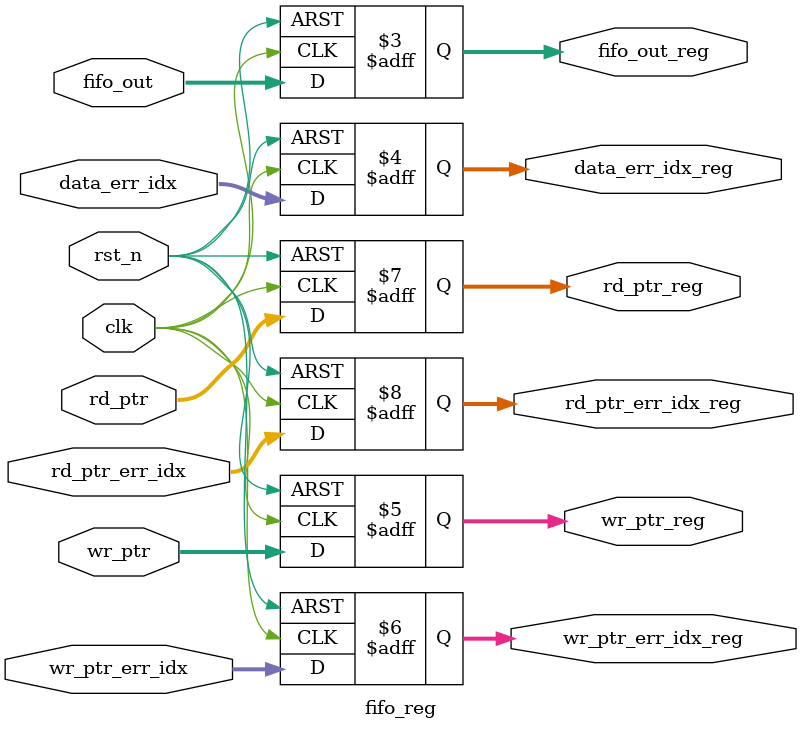
<source format=v>
`timescale 1ns / 1ps
module fifo_reg
#(parameter  ADDR = 10,    // address length
  parameter  ERRPTR = 4,   // error ptr index length
  parameter  WIDTH = 32,   // data length
  parameter  ERRDATA = 6)  // error data index length
(
    input  clk,                                    // clock
    input  rst_n,                                  // reset signal active low
    input  [WIDTH - 1:0] fifo_out,                 // fifo readout data
    input  [ERRDATA - 1:0] data_err_idx,           // fifo data error index
    input  [ADDR - 1:0] wr_ptr,                    // write pointer
    input  [ERRPTR - 1:0] wr_ptr_err_idx,          // write pointer error index
    input  [ADDR - 1:0] rd_ptr,                    // read pointer
    input  [ERRPTR - 1:0] rd_ptr_err_idx,          // read pointer error index
    output reg [WIDTH - 1:0] fifo_out_reg,         // [reg] of fifo readout data,         [addr = 0]
    output reg [ERRDATA - 1:0] data_err_idx_reg,   // [reg] of fifo data error index,     [addr = 1]
    output reg [ADDR - 1:0] wr_ptr_reg,            // [reg] of write pointer,             [addr = 2]
    output reg [ERRPTR - 1:0] wr_ptr_err_idx_reg,  // [reg] of write pointer error index, [addr = 3]
    output reg [ADDR - 1:0] rd_ptr_reg,            // [reg] of read pointer,              [addr = 4]
    output reg [ERRPTR - 1:0] rd_ptr_err_idx_reg   // [reg] of read pointer error index,  [addr = 5]
);

always @(posedge clk or negedge rst_n) begin
    if (rst_n == 1'b0) begin
        fifo_out_reg <= {WIDTH{1'b0}};
        data_err_idx_reg <= {ERRDATA{1'b0}};
        wr_ptr_reg <= {ADDR{1'b0}};
        wr_ptr_err_idx_reg <= {ERRPTR{1'b0}};
        rd_ptr_reg <= {ADDR{1'b0}};
        rd_ptr_err_idx_reg <= {ERRPTR{1'b0}};
    end
    else begin
        fifo_out_reg <= fifo_out;
        data_err_idx_reg <= data_err_idx;
        wr_ptr_reg <= wr_ptr;
        wr_ptr_err_idx_reg <= wr_ptr_err_idx;
        rd_ptr_reg <= rd_ptr;
        rd_ptr_err_idx_reg <= rd_ptr_err_idx;
    end
end

endmodule

</source>
